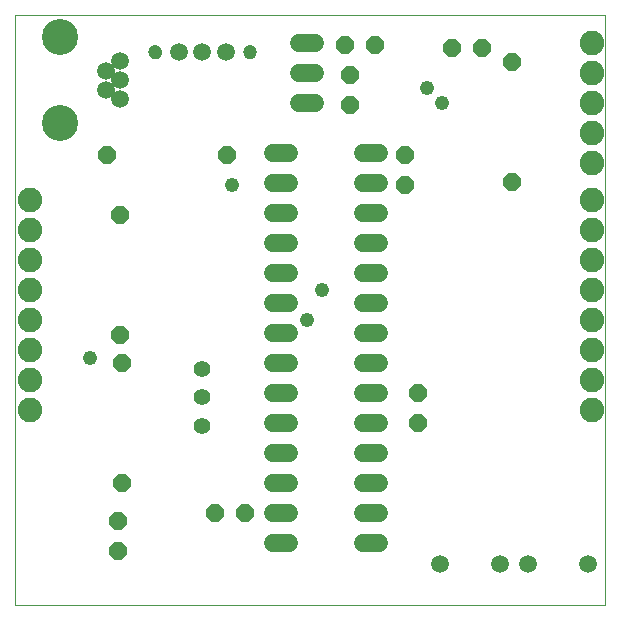
<source format=gts>
G75*
%MOIN*%
%OFA0B0*%
%FSLAX25Y25*%
%IPPOS*%
%LPD*%
%AMOC8*
5,1,8,0,0,1.08239X$1,22.5*
%
%ADD10C,0.00000*%
%ADD11OC8,0.06000*%
%ADD12C,0.08200*%
%ADD13C,0.05556*%
%ADD14C,0.06000*%
%ADD15C,0.05950*%
%ADD16C,0.12020*%
%ADD17C,0.04737*%
%ADD18C,0.04762*%
D10*
X0001800Y0001800D02*
X0001800Y0198650D01*
X0198650Y0198650D01*
X0198650Y0001800D01*
X0001800Y0001800D01*
X0046583Y0186131D02*
X0046585Y0186219D01*
X0046591Y0186307D01*
X0046601Y0186395D01*
X0046615Y0186483D01*
X0046632Y0186569D01*
X0046654Y0186655D01*
X0046679Y0186739D01*
X0046709Y0186823D01*
X0046741Y0186905D01*
X0046778Y0186985D01*
X0046818Y0187064D01*
X0046862Y0187141D01*
X0046909Y0187216D01*
X0046959Y0187288D01*
X0047013Y0187359D01*
X0047069Y0187426D01*
X0047129Y0187492D01*
X0047191Y0187554D01*
X0047257Y0187614D01*
X0047324Y0187670D01*
X0047395Y0187724D01*
X0047467Y0187774D01*
X0047542Y0187821D01*
X0047619Y0187865D01*
X0047698Y0187905D01*
X0047778Y0187942D01*
X0047860Y0187974D01*
X0047944Y0188004D01*
X0048028Y0188029D01*
X0048114Y0188051D01*
X0048200Y0188068D01*
X0048288Y0188082D01*
X0048376Y0188092D01*
X0048464Y0188098D01*
X0048552Y0188100D01*
X0048640Y0188098D01*
X0048728Y0188092D01*
X0048816Y0188082D01*
X0048904Y0188068D01*
X0048990Y0188051D01*
X0049076Y0188029D01*
X0049160Y0188004D01*
X0049244Y0187974D01*
X0049326Y0187942D01*
X0049406Y0187905D01*
X0049485Y0187865D01*
X0049562Y0187821D01*
X0049637Y0187774D01*
X0049709Y0187724D01*
X0049780Y0187670D01*
X0049847Y0187614D01*
X0049913Y0187554D01*
X0049975Y0187492D01*
X0050035Y0187426D01*
X0050091Y0187359D01*
X0050145Y0187288D01*
X0050195Y0187216D01*
X0050242Y0187141D01*
X0050286Y0187064D01*
X0050326Y0186985D01*
X0050363Y0186905D01*
X0050395Y0186823D01*
X0050425Y0186739D01*
X0050450Y0186655D01*
X0050472Y0186569D01*
X0050489Y0186483D01*
X0050503Y0186395D01*
X0050513Y0186307D01*
X0050519Y0186219D01*
X0050521Y0186131D01*
X0050519Y0186043D01*
X0050513Y0185955D01*
X0050503Y0185867D01*
X0050489Y0185779D01*
X0050472Y0185693D01*
X0050450Y0185607D01*
X0050425Y0185523D01*
X0050395Y0185439D01*
X0050363Y0185357D01*
X0050326Y0185277D01*
X0050286Y0185198D01*
X0050242Y0185121D01*
X0050195Y0185046D01*
X0050145Y0184974D01*
X0050091Y0184903D01*
X0050035Y0184836D01*
X0049975Y0184770D01*
X0049913Y0184708D01*
X0049847Y0184648D01*
X0049780Y0184592D01*
X0049709Y0184538D01*
X0049637Y0184488D01*
X0049562Y0184441D01*
X0049485Y0184397D01*
X0049406Y0184357D01*
X0049326Y0184320D01*
X0049244Y0184288D01*
X0049160Y0184258D01*
X0049076Y0184233D01*
X0048990Y0184211D01*
X0048904Y0184194D01*
X0048816Y0184180D01*
X0048728Y0184170D01*
X0048640Y0184164D01*
X0048552Y0184162D01*
X0048464Y0184164D01*
X0048376Y0184170D01*
X0048288Y0184180D01*
X0048200Y0184194D01*
X0048114Y0184211D01*
X0048028Y0184233D01*
X0047944Y0184258D01*
X0047860Y0184288D01*
X0047778Y0184320D01*
X0047698Y0184357D01*
X0047619Y0184397D01*
X0047542Y0184441D01*
X0047467Y0184488D01*
X0047395Y0184538D01*
X0047324Y0184592D01*
X0047257Y0184648D01*
X0047191Y0184708D01*
X0047129Y0184770D01*
X0047069Y0184836D01*
X0047013Y0184903D01*
X0046959Y0184974D01*
X0046909Y0185046D01*
X0046862Y0185121D01*
X0046818Y0185198D01*
X0046778Y0185277D01*
X0046741Y0185357D01*
X0046709Y0185439D01*
X0046679Y0185523D01*
X0046654Y0185607D01*
X0046632Y0185693D01*
X0046615Y0185779D01*
X0046601Y0185867D01*
X0046591Y0185955D01*
X0046585Y0186043D01*
X0046583Y0186131D01*
X0078079Y0186131D02*
X0078081Y0186219D01*
X0078087Y0186307D01*
X0078097Y0186395D01*
X0078111Y0186483D01*
X0078128Y0186569D01*
X0078150Y0186655D01*
X0078175Y0186739D01*
X0078205Y0186823D01*
X0078237Y0186905D01*
X0078274Y0186985D01*
X0078314Y0187064D01*
X0078358Y0187141D01*
X0078405Y0187216D01*
X0078455Y0187288D01*
X0078509Y0187359D01*
X0078565Y0187426D01*
X0078625Y0187492D01*
X0078687Y0187554D01*
X0078753Y0187614D01*
X0078820Y0187670D01*
X0078891Y0187724D01*
X0078963Y0187774D01*
X0079038Y0187821D01*
X0079115Y0187865D01*
X0079194Y0187905D01*
X0079274Y0187942D01*
X0079356Y0187974D01*
X0079440Y0188004D01*
X0079524Y0188029D01*
X0079610Y0188051D01*
X0079696Y0188068D01*
X0079784Y0188082D01*
X0079872Y0188092D01*
X0079960Y0188098D01*
X0080048Y0188100D01*
X0080136Y0188098D01*
X0080224Y0188092D01*
X0080312Y0188082D01*
X0080400Y0188068D01*
X0080486Y0188051D01*
X0080572Y0188029D01*
X0080656Y0188004D01*
X0080740Y0187974D01*
X0080822Y0187942D01*
X0080902Y0187905D01*
X0080981Y0187865D01*
X0081058Y0187821D01*
X0081133Y0187774D01*
X0081205Y0187724D01*
X0081276Y0187670D01*
X0081343Y0187614D01*
X0081409Y0187554D01*
X0081471Y0187492D01*
X0081531Y0187426D01*
X0081587Y0187359D01*
X0081641Y0187288D01*
X0081691Y0187216D01*
X0081738Y0187141D01*
X0081782Y0187064D01*
X0081822Y0186985D01*
X0081859Y0186905D01*
X0081891Y0186823D01*
X0081921Y0186739D01*
X0081946Y0186655D01*
X0081968Y0186569D01*
X0081985Y0186483D01*
X0081999Y0186395D01*
X0082009Y0186307D01*
X0082015Y0186219D01*
X0082017Y0186131D01*
X0082015Y0186043D01*
X0082009Y0185955D01*
X0081999Y0185867D01*
X0081985Y0185779D01*
X0081968Y0185693D01*
X0081946Y0185607D01*
X0081921Y0185523D01*
X0081891Y0185439D01*
X0081859Y0185357D01*
X0081822Y0185277D01*
X0081782Y0185198D01*
X0081738Y0185121D01*
X0081691Y0185046D01*
X0081641Y0184974D01*
X0081587Y0184903D01*
X0081531Y0184836D01*
X0081471Y0184770D01*
X0081409Y0184708D01*
X0081343Y0184648D01*
X0081276Y0184592D01*
X0081205Y0184538D01*
X0081133Y0184488D01*
X0081058Y0184441D01*
X0080981Y0184397D01*
X0080902Y0184357D01*
X0080822Y0184320D01*
X0080740Y0184288D01*
X0080656Y0184258D01*
X0080572Y0184233D01*
X0080486Y0184211D01*
X0080400Y0184194D01*
X0080312Y0184180D01*
X0080224Y0184170D01*
X0080136Y0184164D01*
X0080048Y0184162D01*
X0079960Y0184164D01*
X0079872Y0184170D01*
X0079784Y0184180D01*
X0079696Y0184194D01*
X0079610Y0184211D01*
X0079524Y0184233D01*
X0079440Y0184258D01*
X0079356Y0184288D01*
X0079274Y0184320D01*
X0079194Y0184357D01*
X0079115Y0184397D01*
X0079038Y0184441D01*
X0078963Y0184488D01*
X0078891Y0184538D01*
X0078820Y0184592D01*
X0078753Y0184648D01*
X0078687Y0184708D01*
X0078625Y0184770D01*
X0078565Y0184836D01*
X0078509Y0184903D01*
X0078455Y0184974D01*
X0078405Y0185046D01*
X0078358Y0185121D01*
X0078314Y0185198D01*
X0078274Y0185277D01*
X0078237Y0185357D01*
X0078205Y0185439D01*
X0078175Y0185523D01*
X0078150Y0185607D01*
X0078128Y0185693D01*
X0078111Y0185779D01*
X0078097Y0185867D01*
X0078087Y0185955D01*
X0078081Y0186043D01*
X0078079Y0186131D01*
D11*
X0111800Y0188670D03*
X0121800Y0188670D03*
X0113670Y0178670D03*
X0113670Y0168670D03*
X0131800Y0151800D03*
X0131800Y0141800D03*
X0167430Y0143020D03*
X0167430Y0183020D03*
X0157450Y0187410D03*
X0147450Y0187410D03*
X0072450Y0151800D03*
X0036800Y0131800D03*
X0032450Y0151800D03*
X0036800Y0091800D03*
X0037410Y0082410D03*
X0037410Y0042410D03*
X0036111Y0029871D03*
X0036111Y0019871D03*
X0068670Y0032410D03*
X0078670Y0032410D03*
X0136170Y0062430D03*
X0136170Y0072430D03*
D12*
X0194300Y0076800D03*
X0194300Y0066800D03*
X0194300Y0086800D03*
X0194300Y0096800D03*
X0194300Y0106800D03*
X0194300Y0116800D03*
X0194300Y0126800D03*
X0194300Y0136800D03*
X0194300Y0149320D03*
X0194300Y0159320D03*
X0194300Y0169320D03*
X0194300Y0179320D03*
X0194300Y0189320D03*
X0006800Y0136800D03*
X0006800Y0126800D03*
X0006800Y0116800D03*
X0006800Y0106800D03*
X0006800Y0096800D03*
X0006800Y0086800D03*
X0006800Y0076800D03*
X0006800Y0066800D03*
D13*
X0064280Y0071044D03*
X0064280Y0061650D03*
X0064280Y0080650D03*
D14*
X0087940Y0082430D02*
X0093140Y0082430D01*
X0093140Y0092430D02*
X0087940Y0092430D01*
X0087940Y0102430D02*
X0093140Y0102430D01*
X0093140Y0112430D02*
X0087940Y0112430D01*
X0087940Y0122430D02*
X0093140Y0122430D01*
X0093140Y0132430D02*
X0087940Y0132430D01*
X0087940Y0142430D02*
X0093140Y0142430D01*
X0093140Y0152430D02*
X0087940Y0152430D01*
X0096700Y0169300D02*
X0101900Y0169300D01*
X0101900Y0179300D02*
X0096700Y0179300D01*
X0096700Y0189300D02*
X0101900Y0189300D01*
X0117940Y0152430D02*
X0123140Y0152430D01*
X0123140Y0142430D02*
X0117940Y0142430D01*
X0117940Y0132430D02*
X0123140Y0132430D01*
X0123140Y0122430D02*
X0117940Y0122430D01*
X0117940Y0112430D02*
X0123140Y0112430D01*
X0123140Y0102430D02*
X0117940Y0102430D01*
X0117940Y0092430D02*
X0123140Y0092430D01*
X0123140Y0082430D02*
X0117940Y0082430D01*
X0117940Y0072430D02*
X0123140Y0072430D01*
X0123140Y0062430D02*
X0117940Y0062430D01*
X0117940Y0052430D02*
X0123140Y0052430D01*
X0123140Y0042430D02*
X0117940Y0042430D01*
X0117940Y0032430D02*
X0123140Y0032430D01*
X0123140Y0022430D02*
X0117940Y0022430D01*
X0093140Y0022430D02*
X0087940Y0022430D01*
X0087940Y0032430D02*
X0093140Y0032430D01*
X0093140Y0042430D02*
X0087940Y0042430D01*
X0087940Y0052430D02*
X0093140Y0052430D01*
X0093140Y0062430D02*
X0087940Y0062430D01*
X0087940Y0072430D02*
X0093140Y0072430D01*
D15*
X0143670Y0015560D03*
X0163670Y0015560D03*
X0173020Y0015560D03*
X0193020Y0015560D03*
X0036879Y0170501D03*
X0032154Y0173650D03*
X0036879Y0176800D03*
X0032154Y0179950D03*
X0036879Y0183099D03*
X0056426Y0186131D03*
X0064300Y0186131D03*
X0072174Y0186131D03*
D16*
X0016800Y0191170D03*
X0016800Y0162430D03*
D17*
X0048552Y0186131D03*
X0080048Y0186131D03*
D18*
X0074300Y0141800D03*
X0104300Y0106800D03*
X0099300Y0096800D03*
X0026800Y0084300D03*
X0139300Y0174300D03*
X0144300Y0169300D03*
M02*

</source>
